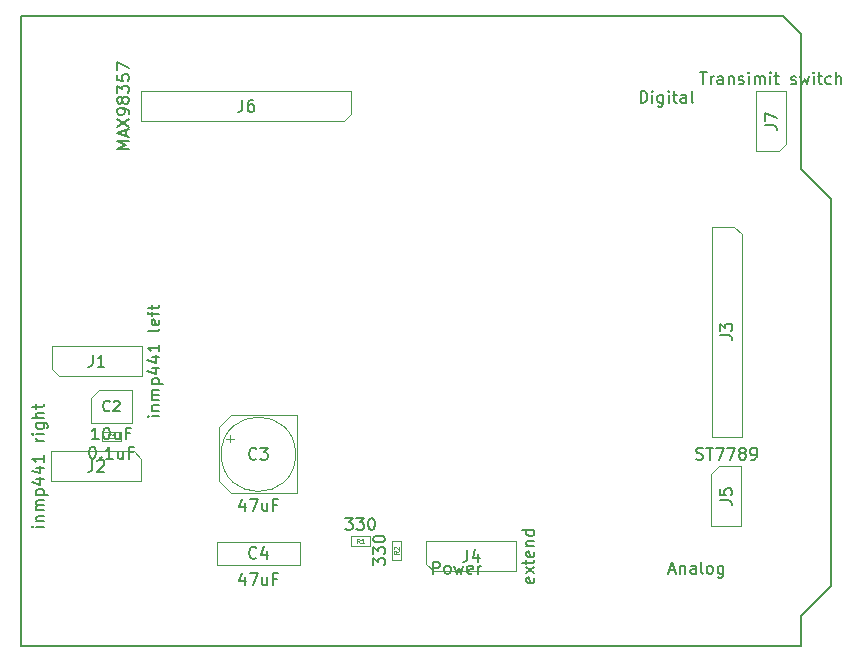
<source format=gbr>
%TF.GenerationSoftware,KiCad,Pcbnew,(6.0.5-0)*%
%TF.CreationDate,2022-06-12T11:02:29+09:00*%
%TF.ProjectId,esp32-walkie-talkie-v2,65737033-322d-4776-916c-6b69652d7461,rev?*%
%TF.SameCoordinates,PX69db1f0PY7882d48*%
%TF.FileFunction,AssemblyDrawing,Top*%
%FSLAX46Y46*%
G04 Gerber Fmt 4.6, Leading zero omitted, Abs format (unit mm)*
G04 Created by KiCad (PCBNEW (6.0.5-0)) date 2022-06-12 11:02:29*
%MOMM*%
%LPD*%
G01*
G04 APERTURE LIST*
%TA.AperFunction,Profile*%
%ADD10C,0.150000*%
%TD*%
%ADD11C,0.150000*%
%ADD12C,0.060000*%
%ADD13C,0.130000*%
%ADD14C,0.100000*%
G04 APERTURE END LIST*
D10*
X68580000Y37846000D02*
X66040000Y40386000D01*
X66040000Y0D02*
X66040000Y2540000D01*
X66040000Y51816000D02*
X64516000Y53340000D01*
X66040000Y2540000D02*
X68580000Y5080000D01*
X0Y53340000D02*
X0Y0D01*
X68580000Y5080000D02*
X68580000Y37846000D01*
X0Y0D02*
X66040000Y0D01*
X64516000Y53340000D02*
X0Y53340000D01*
X66040000Y40386000D02*
X66040000Y51816000D01*
D11*
%TO.C,P1*%
X34853809Y6151620D02*
X34853809Y7151620D01*
X35234761Y7151620D01*
X35330000Y7104000D01*
X35377619Y7056381D01*
X35425238Y6961143D01*
X35425238Y6818286D01*
X35377619Y6723048D01*
X35330000Y6675429D01*
X35234761Y6627810D01*
X34853809Y6627810D01*
X35996666Y6151620D02*
X35901428Y6199239D01*
X35853809Y6246858D01*
X35806190Y6342096D01*
X35806190Y6627810D01*
X35853809Y6723048D01*
X35901428Y6770667D01*
X35996666Y6818286D01*
X36139523Y6818286D01*
X36234761Y6770667D01*
X36282380Y6723048D01*
X36330000Y6627810D01*
X36330000Y6342096D01*
X36282380Y6246858D01*
X36234761Y6199239D01*
X36139523Y6151620D01*
X35996666Y6151620D01*
X36663333Y6818286D02*
X36853809Y6151620D01*
X37044285Y6627810D01*
X37234761Y6151620D01*
X37425238Y6818286D01*
X38187142Y6199239D02*
X38091904Y6151620D01*
X37901428Y6151620D01*
X37806190Y6199239D01*
X37758571Y6294477D01*
X37758571Y6675429D01*
X37806190Y6770667D01*
X37901428Y6818286D01*
X38091904Y6818286D01*
X38187142Y6770667D01*
X38234761Y6675429D01*
X38234761Y6580191D01*
X37758571Y6484953D01*
X38663333Y6151620D02*
X38663333Y6818286D01*
X38663333Y6627810D02*
X38710952Y6723048D01*
X38758571Y6770667D01*
X38853809Y6818286D01*
X38949047Y6818286D01*
%TO.C,P2*%
X54840476Y6437334D02*
X55316666Y6437334D01*
X54745238Y6151620D02*
X55078571Y7151620D01*
X55411904Y6151620D01*
X55745238Y6818286D02*
X55745238Y6151620D01*
X55745238Y6723048D02*
X55792857Y6770667D01*
X55888095Y6818286D01*
X56030952Y6818286D01*
X56126190Y6770667D01*
X56173809Y6675429D01*
X56173809Y6151620D01*
X57078571Y6151620D02*
X57078571Y6675429D01*
X57030952Y6770667D01*
X56935714Y6818286D01*
X56745238Y6818286D01*
X56650000Y6770667D01*
X57078571Y6199239D02*
X56983333Y6151620D01*
X56745238Y6151620D01*
X56650000Y6199239D01*
X56602380Y6294477D01*
X56602380Y6389715D01*
X56650000Y6484953D01*
X56745238Y6532572D01*
X56983333Y6532572D01*
X57078571Y6580191D01*
X57697619Y6151620D02*
X57602380Y6199239D01*
X57554761Y6294477D01*
X57554761Y7151620D01*
X58221428Y6151620D02*
X58126190Y6199239D01*
X58078571Y6246858D01*
X58030952Y6342096D01*
X58030952Y6627810D01*
X58078571Y6723048D01*
X58126190Y6770667D01*
X58221428Y6818286D01*
X58364285Y6818286D01*
X58459523Y6770667D01*
X58507142Y6723048D01*
X58554761Y6627810D01*
X58554761Y6342096D01*
X58507142Y6246858D01*
X58459523Y6199239D01*
X58364285Y6151620D01*
X58221428Y6151620D01*
X59411904Y6818286D02*
X59411904Y6008762D01*
X59364285Y5913524D01*
X59316666Y5865905D01*
X59221428Y5818286D01*
X59078571Y5818286D01*
X58983333Y5865905D01*
X59411904Y6199239D02*
X59316666Y6151620D01*
X59126190Y6151620D01*
X59030952Y6199239D01*
X58983333Y6246858D01*
X58935714Y6342096D01*
X58935714Y6627810D01*
X58983333Y6723048D01*
X59030952Y6770667D01*
X59126190Y6818286D01*
X59316666Y6818286D01*
X59411904Y6770667D01*
%TO.C,P4*%
X52419523Y46029620D02*
X52419523Y47029620D01*
X52657619Y47029620D01*
X52800476Y46982000D01*
X52895714Y46886762D01*
X52943333Y46791524D01*
X52990952Y46601048D01*
X52990952Y46458191D01*
X52943333Y46267715D01*
X52895714Y46172477D01*
X52800476Y46077239D01*
X52657619Y46029620D01*
X52419523Y46029620D01*
X53419523Y46029620D02*
X53419523Y46696286D01*
X53419523Y47029620D02*
X53371904Y46982000D01*
X53419523Y46934381D01*
X53467142Y46982000D01*
X53419523Y47029620D01*
X53419523Y46934381D01*
X54324285Y46696286D02*
X54324285Y45886762D01*
X54276666Y45791524D01*
X54229047Y45743905D01*
X54133809Y45696286D01*
X53990952Y45696286D01*
X53895714Y45743905D01*
X54324285Y46077239D02*
X54229047Y46029620D01*
X54038571Y46029620D01*
X53943333Y46077239D01*
X53895714Y46124858D01*
X53848095Y46220096D01*
X53848095Y46505810D01*
X53895714Y46601048D01*
X53943333Y46648667D01*
X54038571Y46696286D01*
X54229047Y46696286D01*
X54324285Y46648667D01*
X54800476Y46029620D02*
X54800476Y46696286D01*
X54800476Y47029620D02*
X54752857Y46982000D01*
X54800476Y46934381D01*
X54848095Y46982000D01*
X54800476Y47029620D01*
X54800476Y46934381D01*
X55133809Y46696286D02*
X55514761Y46696286D01*
X55276666Y47029620D02*
X55276666Y46172477D01*
X55324285Y46077239D01*
X55419523Y46029620D01*
X55514761Y46029620D01*
X56276666Y46029620D02*
X56276666Y46553429D01*
X56229047Y46648667D01*
X56133809Y46696286D01*
X55943333Y46696286D01*
X55848095Y46648667D01*
X56276666Y46077239D02*
X56181428Y46029620D01*
X55943333Y46029620D01*
X55848095Y46077239D01*
X55800476Y46172477D01*
X55800476Y46267715D01*
X55848095Y46362953D01*
X55943333Y46410572D01*
X56181428Y46410572D01*
X56276666Y46458191D01*
X56895714Y46029620D02*
X56800476Y46077239D01*
X56752857Y46172477D01*
X56752857Y47029620D01*
%TO.C,R1*%
X27416285Y10867620D02*
X28035333Y10867620D01*
X27702000Y10486667D01*
X27844857Y10486667D01*
X27940095Y10439048D01*
X27987714Y10391429D01*
X28035333Y10296191D01*
X28035333Y10058096D01*
X27987714Y9962858D01*
X27940095Y9915239D01*
X27844857Y9867620D01*
X27559142Y9867620D01*
X27463904Y9915239D01*
X27416285Y9962858D01*
X28368666Y10867620D02*
X28987714Y10867620D01*
X28654380Y10486667D01*
X28797238Y10486667D01*
X28892476Y10439048D01*
X28940095Y10391429D01*
X28987714Y10296191D01*
X28987714Y10058096D01*
X28940095Y9962858D01*
X28892476Y9915239D01*
X28797238Y9867620D01*
X28511523Y9867620D01*
X28416285Y9915239D01*
X28368666Y9962858D01*
X29606761Y10867620D02*
X29702000Y10867620D01*
X29797238Y10820000D01*
X29844857Y10772381D01*
X29892476Y10677143D01*
X29940095Y10486667D01*
X29940095Y10248572D01*
X29892476Y10058096D01*
X29844857Y9962858D01*
X29797238Y9915239D01*
X29702000Y9867620D01*
X29606761Y9867620D01*
X29511523Y9915239D01*
X29463904Y9962858D01*
X29416285Y10058096D01*
X29368666Y10248572D01*
X29368666Y10486667D01*
X29416285Y10677143D01*
X29463904Y10772381D01*
X29511523Y10820000D01*
X29606761Y10867620D01*
D12*
X28635333Y8709048D02*
X28502000Y8899524D01*
X28406761Y8709048D02*
X28406761Y9109048D01*
X28559142Y9109048D01*
X28597238Y9090000D01*
X28616285Y9070953D01*
X28635333Y9032858D01*
X28635333Y8975715D01*
X28616285Y8937620D01*
X28597238Y8918572D01*
X28559142Y8899524D01*
X28406761Y8899524D01*
X29016285Y8709048D02*
X28787714Y8709048D01*
X28902000Y8709048D02*
X28902000Y9109048D01*
X28863904Y9051905D01*
X28825809Y9013810D01*
X28787714Y8994762D01*
D11*
%TO.C,J3*%
X57143571Y15855239D02*
X57286428Y15807620D01*
X57524523Y15807620D01*
X57619761Y15855239D01*
X57667380Y15902858D01*
X57715000Y15998096D01*
X57715000Y16093334D01*
X57667380Y16188572D01*
X57619761Y16236191D01*
X57524523Y16283810D01*
X57334047Y16331429D01*
X57238809Y16379048D01*
X57191190Y16426667D01*
X57143571Y16521905D01*
X57143571Y16617143D01*
X57191190Y16712381D01*
X57238809Y16760000D01*
X57334047Y16807620D01*
X57572142Y16807620D01*
X57715000Y16760000D01*
X58000714Y16807620D02*
X58572142Y16807620D01*
X58286428Y15807620D02*
X58286428Y16807620D01*
X58810238Y16807620D02*
X59476904Y16807620D01*
X59048333Y15807620D01*
X59762619Y16807620D02*
X60429285Y16807620D01*
X60000714Y15807620D01*
X60953095Y16379048D02*
X60857857Y16426667D01*
X60810238Y16474286D01*
X60762619Y16569524D01*
X60762619Y16617143D01*
X60810238Y16712381D01*
X60857857Y16760000D01*
X60953095Y16807620D01*
X61143571Y16807620D01*
X61238809Y16760000D01*
X61286428Y16712381D01*
X61334047Y16617143D01*
X61334047Y16569524D01*
X61286428Y16474286D01*
X61238809Y16426667D01*
X61143571Y16379048D01*
X60953095Y16379048D01*
X60857857Y16331429D01*
X60810238Y16283810D01*
X60762619Y16188572D01*
X60762619Y15998096D01*
X60810238Y15902858D01*
X60857857Y15855239D01*
X60953095Y15807620D01*
X61143571Y15807620D01*
X61238809Y15855239D01*
X61286428Y15902858D01*
X61334047Y15998096D01*
X61334047Y16188572D01*
X61286428Y16283810D01*
X61238809Y16331429D01*
X61143571Y16379048D01*
X61810238Y15807620D02*
X62000714Y15807620D01*
X62095952Y15855239D01*
X62143571Y15902858D01*
X62238809Y16045715D01*
X62286428Y16236191D01*
X62286428Y16617143D01*
X62238809Y16712381D01*
X62191190Y16760000D01*
X62095952Y16807620D01*
X61905476Y16807620D01*
X61810238Y16760000D01*
X61762619Y16712381D01*
X61715000Y16617143D01*
X61715000Y16379048D01*
X61762619Y16283810D01*
X61810238Y16236191D01*
X61905476Y16188572D01*
X62095952Y16188572D01*
X62191190Y16236191D01*
X62238809Y16283810D01*
X62286428Y16379048D01*
X59167380Y26316667D02*
X59881666Y26316667D01*
X60024523Y26269048D01*
X60119761Y26173810D01*
X60167380Y26030953D01*
X60167380Y25935715D01*
X59167380Y26697620D02*
X59167380Y27316667D01*
X59548333Y26983334D01*
X59548333Y27126191D01*
X59595952Y27221429D01*
X59643571Y27269048D01*
X59738809Y27316667D01*
X59976904Y27316667D01*
X60072142Y27269048D01*
X60119761Y27221429D01*
X60167380Y27126191D01*
X60167380Y26840477D01*
X60119761Y26745239D01*
X60072142Y26697620D01*
%TO.C,R2*%
X29772380Y6842286D02*
X29772380Y7461334D01*
X30153333Y7128000D01*
X30153333Y7270858D01*
X30200952Y7366096D01*
X30248571Y7413715D01*
X30343809Y7461334D01*
X30581904Y7461334D01*
X30677142Y7413715D01*
X30724761Y7366096D01*
X30772380Y7270858D01*
X30772380Y6985143D01*
X30724761Y6889905D01*
X30677142Y6842286D01*
X29772380Y7794667D02*
X29772380Y8413715D01*
X30153333Y8080381D01*
X30153333Y8223239D01*
X30200952Y8318477D01*
X30248571Y8366096D01*
X30343809Y8413715D01*
X30581904Y8413715D01*
X30677142Y8366096D01*
X30724761Y8318477D01*
X30772380Y8223239D01*
X30772380Y7937524D01*
X30724761Y7842286D01*
X30677142Y7794667D01*
X29772380Y9032762D02*
X29772380Y9128000D01*
X29820000Y9223239D01*
X29867619Y9270858D01*
X29962857Y9318477D01*
X30153333Y9366096D01*
X30391428Y9366096D01*
X30581904Y9318477D01*
X30677142Y9270858D01*
X30724761Y9223239D01*
X30772380Y9128000D01*
X30772380Y9032762D01*
X30724761Y8937524D01*
X30677142Y8889905D01*
X30581904Y8842286D01*
X30391428Y8794667D01*
X30153333Y8794667D01*
X29962857Y8842286D01*
X29867619Y8889905D01*
X29820000Y8937524D01*
X29772380Y9032762D01*
D12*
X31930952Y8061334D02*
X31740476Y7928000D01*
X31930952Y7832762D02*
X31530952Y7832762D01*
X31530952Y7985143D01*
X31550000Y8023239D01*
X31569047Y8042286D01*
X31607142Y8061334D01*
X31664285Y8061334D01*
X31702380Y8042286D01*
X31721428Y8023239D01*
X31740476Y7985143D01*
X31740476Y7832762D01*
X31569047Y8213715D02*
X31550000Y8232762D01*
X31530952Y8270858D01*
X31530952Y8366096D01*
X31550000Y8404191D01*
X31569047Y8423239D01*
X31607142Y8442286D01*
X31645238Y8442286D01*
X31702380Y8423239D01*
X31930952Y8194667D01*
X31930952Y8442286D01*
D11*
%TO.C,C4*%
X18899333Y5838286D02*
X18899333Y5171620D01*
X18661238Y6219239D02*
X18423142Y5504953D01*
X19042190Y5504953D01*
X19327904Y6171620D02*
X19994571Y6171620D01*
X19566000Y5171620D01*
X20804095Y5838286D02*
X20804095Y5171620D01*
X20375523Y5838286D02*
X20375523Y5314477D01*
X20423142Y5219239D01*
X20518380Y5171620D01*
X20661238Y5171620D01*
X20756476Y5219239D01*
X20804095Y5266858D01*
X21613619Y5695429D02*
X21280285Y5695429D01*
X21280285Y5171620D02*
X21280285Y6171620D01*
X21756476Y6171620D01*
X19899333Y7516858D02*
X19851714Y7469239D01*
X19708857Y7421620D01*
X19613619Y7421620D01*
X19470761Y7469239D01*
X19375523Y7564477D01*
X19327904Y7659715D01*
X19280285Y7850191D01*
X19280285Y7993048D01*
X19327904Y8183524D01*
X19375523Y8278762D01*
X19470761Y8374000D01*
X19613619Y8421620D01*
X19708857Y8421620D01*
X19851714Y8374000D01*
X19899333Y8326381D01*
X20756476Y8088286D02*
X20756476Y7421620D01*
X20518380Y8469239D02*
X20280285Y7754953D01*
X20899333Y7754953D01*
%TO.C,C1*%
X5977142Y16897620D02*
X6072380Y16897620D01*
X6167619Y16850000D01*
X6215238Y16802381D01*
X6262857Y16707143D01*
X6310476Y16516667D01*
X6310476Y16278572D01*
X6262857Y16088096D01*
X6215238Y15992858D01*
X6167619Y15945239D01*
X6072380Y15897620D01*
X5977142Y15897620D01*
X5881904Y15945239D01*
X5834285Y15992858D01*
X5786666Y16088096D01*
X5739047Y16278572D01*
X5739047Y16516667D01*
X5786666Y16707143D01*
X5834285Y16802381D01*
X5881904Y16850000D01*
X5977142Y16897620D01*
X6739047Y15992858D02*
X6786666Y15945239D01*
X6739047Y15897620D01*
X6691428Y15945239D01*
X6739047Y15992858D01*
X6739047Y15897620D01*
X7739047Y15897620D02*
X7167619Y15897620D01*
X7453333Y15897620D02*
X7453333Y16897620D01*
X7358095Y16754762D01*
X7262857Y16659524D01*
X7167619Y16611905D01*
X8596190Y16564286D02*
X8596190Y15897620D01*
X8167619Y16564286D02*
X8167619Y16040477D01*
X8215238Y15945239D01*
X8310476Y15897620D01*
X8453333Y15897620D01*
X8548571Y15945239D01*
X8596190Y15992858D01*
X9405714Y16421429D02*
X9072380Y16421429D01*
X9072380Y15897620D02*
X9072380Y16897620D01*
X9548571Y16897620D01*
D12*
X7553333Y17637143D02*
X7534285Y17618096D01*
X7477142Y17599048D01*
X7439047Y17599048D01*
X7381904Y17618096D01*
X7343809Y17656191D01*
X7324761Y17694286D01*
X7305714Y17770477D01*
X7305714Y17827620D01*
X7324761Y17903810D01*
X7343809Y17941905D01*
X7381904Y17980000D01*
X7439047Y17999048D01*
X7477142Y17999048D01*
X7534285Y17980000D01*
X7553333Y17960953D01*
X7934285Y17599048D02*
X7705714Y17599048D01*
X7820000Y17599048D02*
X7820000Y17999048D01*
X7781904Y17941905D01*
X7743809Y17903810D01*
X7705714Y17884762D01*
D11*
%TO.C,J2*%
X1917380Y10120953D02*
X1250714Y10120953D01*
X917380Y10120953D02*
X965000Y10073334D01*
X1012619Y10120953D01*
X965000Y10168572D01*
X917380Y10120953D01*
X1012619Y10120953D01*
X1250714Y10597143D02*
X1917380Y10597143D01*
X1345952Y10597143D02*
X1298333Y10644762D01*
X1250714Y10740000D01*
X1250714Y10882858D01*
X1298333Y10978096D01*
X1393571Y11025715D01*
X1917380Y11025715D01*
X1917380Y11501905D02*
X1250714Y11501905D01*
X1345952Y11501905D02*
X1298333Y11549524D01*
X1250714Y11644762D01*
X1250714Y11787620D01*
X1298333Y11882858D01*
X1393571Y11930477D01*
X1917380Y11930477D01*
X1393571Y11930477D02*
X1298333Y11978096D01*
X1250714Y12073334D01*
X1250714Y12216191D01*
X1298333Y12311429D01*
X1393571Y12359048D01*
X1917380Y12359048D01*
X1250714Y12835239D02*
X2250714Y12835239D01*
X1298333Y12835239D02*
X1250714Y12930477D01*
X1250714Y13120953D01*
X1298333Y13216191D01*
X1345952Y13263810D01*
X1441190Y13311429D01*
X1726904Y13311429D01*
X1822142Y13263810D01*
X1869761Y13216191D01*
X1917380Y13120953D01*
X1917380Y12930477D01*
X1869761Y12835239D01*
X1250714Y14168572D02*
X1917380Y14168572D01*
X869761Y13930477D02*
X1584047Y13692381D01*
X1584047Y14311429D01*
X1250714Y15120953D02*
X1917380Y15120953D01*
X869761Y14882858D02*
X1584047Y14644762D01*
X1584047Y15263810D01*
X1917380Y16168572D02*
X1917380Y15597143D01*
X1917380Y15882858D02*
X917380Y15882858D01*
X1060238Y15787620D01*
X1155476Y15692381D01*
X1203095Y15597143D01*
X1917380Y17359048D02*
X1250714Y17359048D01*
X1441190Y17359048D02*
X1345952Y17406667D01*
X1298333Y17454286D01*
X1250714Y17549524D01*
X1250714Y17644762D01*
X1917380Y17978096D02*
X1250714Y17978096D01*
X917380Y17978096D02*
X965000Y17930477D01*
X1012619Y17978096D01*
X965000Y18025715D01*
X917380Y17978096D01*
X1012619Y17978096D01*
X1250714Y18882858D02*
X2060238Y18882858D01*
X2155476Y18835239D01*
X2203095Y18787620D01*
X2250714Y18692381D01*
X2250714Y18549524D01*
X2203095Y18454286D01*
X1869761Y18882858D02*
X1917380Y18787620D01*
X1917380Y18597143D01*
X1869761Y18501905D01*
X1822142Y18454286D01*
X1726904Y18406667D01*
X1441190Y18406667D01*
X1345952Y18454286D01*
X1298333Y18501905D01*
X1250714Y18597143D01*
X1250714Y18787620D01*
X1298333Y18882858D01*
X1917380Y19359048D02*
X917380Y19359048D01*
X1917380Y19787620D02*
X1393571Y19787620D01*
X1298333Y19740000D01*
X1250714Y19644762D01*
X1250714Y19501905D01*
X1298333Y19406667D01*
X1345952Y19359048D01*
X1250714Y20120953D02*
X1250714Y20501905D01*
X917380Y20263810D02*
X1774523Y20263810D01*
X1869761Y20311429D01*
X1917380Y20406667D01*
X1917380Y20501905D01*
X6001666Y15787620D02*
X6001666Y15073334D01*
X5954047Y14930477D01*
X5858809Y14835239D01*
X5715952Y14787620D01*
X5620714Y14787620D01*
X6430238Y15692381D02*
X6477857Y15740000D01*
X6573095Y15787620D01*
X6811190Y15787620D01*
X6906428Y15740000D01*
X6954047Y15692381D01*
X7001666Y15597143D01*
X7001666Y15501905D01*
X6954047Y15359048D01*
X6382619Y14787620D01*
X7001666Y14787620D01*
%TO.C,J7*%
X57452380Y48597620D02*
X58023809Y48597620D01*
X57738095Y47597620D02*
X57738095Y48597620D01*
X58357142Y47597620D02*
X58357142Y48264286D01*
X58357142Y48073810D02*
X58404761Y48169048D01*
X58452380Y48216667D01*
X58547619Y48264286D01*
X58642857Y48264286D01*
X59404761Y47597620D02*
X59404761Y48121429D01*
X59357142Y48216667D01*
X59261904Y48264286D01*
X59071428Y48264286D01*
X58976190Y48216667D01*
X59404761Y47645239D02*
X59309523Y47597620D01*
X59071428Y47597620D01*
X58976190Y47645239D01*
X58928571Y47740477D01*
X58928571Y47835715D01*
X58976190Y47930953D01*
X59071428Y47978572D01*
X59309523Y47978572D01*
X59404761Y48026191D01*
X59880952Y48264286D02*
X59880952Y47597620D01*
X59880952Y48169048D02*
X59928571Y48216667D01*
X60023809Y48264286D01*
X60166666Y48264286D01*
X60261904Y48216667D01*
X60309523Y48121429D01*
X60309523Y47597620D01*
X60738095Y47645239D02*
X60833333Y47597620D01*
X61023809Y47597620D01*
X61119047Y47645239D01*
X61166666Y47740477D01*
X61166666Y47788096D01*
X61119047Y47883334D01*
X61023809Y47930953D01*
X60880952Y47930953D01*
X60785714Y47978572D01*
X60738095Y48073810D01*
X60738095Y48121429D01*
X60785714Y48216667D01*
X60880952Y48264286D01*
X61023809Y48264286D01*
X61119047Y48216667D01*
X61595238Y47597620D02*
X61595238Y48264286D01*
X61595238Y48597620D02*
X61547619Y48550000D01*
X61595238Y48502381D01*
X61642857Y48550000D01*
X61595238Y48597620D01*
X61595238Y48502381D01*
X62071428Y47597620D02*
X62071428Y48264286D01*
X62071428Y48169048D02*
X62119047Y48216667D01*
X62214285Y48264286D01*
X62357142Y48264286D01*
X62452380Y48216667D01*
X62500000Y48121429D01*
X62500000Y47597620D01*
X62500000Y48121429D02*
X62547619Y48216667D01*
X62642857Y48264286D01*
X62785714Y48264286D01*
X62880952Y48216667D01*
X62928571Y48121429D01*
X62928571Y47597620D01*
X63404761Y47597620D02*
X63404761Y48264286D01*
X63404761Y48597620D02*
X63357142Y48550000D01*
X63404761Y48502381D01*
X63452380Y48550000D01*
X63404761Y48597620D01*
X63404761Y48502381D01*
X63738095Y48264286D02*
X64119047Y48264286D01*
X63880952Y48597620D02*
X63880952Y47740477D01*
X63928571Y47645239D01*
X64023809Y47597620D01*
X64119047Y47597620D01*
X65166666Y47645239D02*
X65261904Y47597620D01*
X65452380Y47597620D01*
X65547619Y47645239D01*
X65595238Y47740477D01*
X65595238Y47788096D01*
X65547619Y47883334D01*
X65452380Y47930953D01*
X65309523Y47930953D01*
X65214285Y47978572D01*
X65166666Y48073810D01*
X65166666Y48121429D01*
X65214285Y48216667D01*
X65309523Y48264286D01*
X65452380Y48264286D01*
X65547619Y48216667D01*
X65928571Y48264286D02*
X66119047Y47597620D01*
X66309523Y48073810D01*
X66500000Y47597620D01*
X66690476Y48264286D01*
X67071428Y47597620D02*
X67071428Y48264286D01*
X67071428Y48597620D02*
X67023809Y48550000D01*
X67071428Y48502381D01*
X67119047Y48550000D01*
X67071428Y48597620D01*
X67071428Y48502381D01*
X67404761Y48264286D02*
X67785714Y48264286D01*
X67547619Y48597620D02*
X67547619Y47740477D01*
X67595238Y47645239D01*
X67690476Y47597620D01*
X67785714Y47597620D01*
X68547619Y47645239D02*
X68452380Y47597620D01*
X68261904Y47597620D01*
X68166666Y47645239D01*
X68119047Y47692858D01*
X68071428Y47788096D01*
X68071428Y48073810D01*
X68119047Y48169048D01*
X68166666Y48216667D01*
X68261904Y48264286D01*
X68452380Y48264286D01*
X68547619Y48216667D01*
X68976190Y47597620D02*
X68976190Y48597620D01*
X69404761Y47597620D02*
X69404761Y48121429D01*
X69357142Y48216667D01*
X69261904Y48264286D01*
X69119047Y48264286D01*
X69023809Y48216667D01*
X68976190Y48169048D01*
X62952380Y44116667D02*
X63666666Y44116667D01*
X63809523Y44069048D01*
X63904761Y43973810D01*
X63952380Y43830953D01*
X63952380Y43735715D01*
X62952380Y44497620D02*
X62952380Y45164286D01*
X63952380Y44735715D01*
%TO.C,J1*%
X11687380Y19487143D02*
X11020714Y19487143D01*
X10687380Y19487143D02*
X10735000Y19439524D01*
X10782619Y19487143D01*
X10735000Y19534762D01*
X10687380Y19487143D01*
X10782619Y19487143D01*
X11020714Y19963334D02*
X11687380Y19963334D01*
X11115952Y19963334D02*
X11068333Y20010953D01*
X11020714Y20106191D01*
X11020714Y20249048D01*
X11068333Y20344286D01*
X11163571Y20391905D01*
X11687380Y20391905D01*
X11687380Y20868096D02*
X11020714Y20868096D01*
X11115952Y20868096D02*
X11068333Y20915715D01*
X11020714Y21010953D01*
X11020714Y21153810D01*
X11068333Y21249048D01*
X11163571Y21296667D01*
X11687380Y21296667D01*
X11163571Y21296667D02*
X11068333Y21344286D01*
X11020714Y21439524D01*
X11020714Y21582381D01*
X11068333Y21677620D01*
X11163571Y21725239D01*
X11687380Y21725239D01*
X11020714Y22201429D02*
X12020714Y22201429D01*
X11068333Y22201429D02*
X11020714Y22296667D01*
X11020714Y22487143D01*
X11068333Y22582381D01*
X11115952Y22630000D01*
X11211190Y22677620D01*
X11496904Y22677620D01*
X11592142Y22630000D01*
X11639761Y22582381D01*
X11687380Y22487143D01*
X11687380Y22296667D01*
X11639761Y22201429D01*
X11020714Y23534762D02*
X11687380Y23534762D01*
X10639761Y23296667D02*
X11354047Y23058572D01*
X11354047Y23677620D01*
X11020714Y24487143D02*
X11687380Y24487143D01*
X10639761Y24249048D02*
X11354047Y24010953D01*
X11354047Y24630000D01*
X11687380Y25534762D02*
X11687380Y24963334D01*
X11687380Y25249048D02*
X10687380Y25249048D01*
X10830238Y25153810D01*
X10925476Y25058572D01*
X10973095Y24963334D01*
X11687380Y26868096D02*
X11639761Y26772858D01*
X11544523Y26725239D01*
X10687380Y26725239D01*
X11639761Y27630000D02*
X11687380Y27534762D01*
X11687380Y27344286D01*
X11639761Y27249048D01*
X11544523Y27201429D01*
X11163571Y27201429D01*
X11068333Y27249048D01*
X11020714Y27344286D01*
X11020714Y27534762D01*
X11068333Y27630000D01*
X11163571Y27677620D01*
X11258809Y27677620D01*
X11354047Y27201429D01*
X11020714Y27963334D02*
X11020714Y28344286D01*
X11687380Y28106191D02*
X10830238Y28106191D01*
X10735000Y28153810D01*
X10687380Y28249048D01*
X10687380Y28344286D01*
X11020714Y28534762D02*
X11020714Y28915715D01*
X10687380Y28677620D02*
X11544523Y28677620D01*
X11639761Y28725239D01*
X11687380Y28820477D01*
X11687380Y28915715D01*
X6031666Y24677620D02*
X6031666Y23963334D01*
X5984047Y23820477D01*
X5888809Y23725239D01*
X5745952Y23677620D01*
X5650714Y23677620D01*
X7031666Y23677620D02*
X6460238Y23677620D01*
X6745952Y23677620D02*
X6745952Y24677620D01*
X6650714Y24534762D01*
X6555476Y24439524D01*
X6460238Y24391905D01*
%TO.C,C3*%
X18899333Y12120286D02*
X18899333Y11453620D01*
X18661238Y12501239D02*
X18423142Y11786953D01*
X19042190Y11786953D01*
X19327904Y12453620D02*
X19994571Y12453620D01*
X19566000Y11453620D01*
X20804095Y12120286D02*
X20804095Y11453620D01*
X20375523Y12120286D02*
X20375523Y11596477D01*
X20423142Y11501239D01*
X20518380Y11453620D01*
X20661238Y11453620D01*
X20756476Y11501239D01*
X20804095Y11548858D01*
X21613619Y11977429D02*
X21280285Y11977429D01*
X21280285Y11453620D02*
X21280285Y12453620D01*
X21756476Y12453620D01*
X19899333Y15898858D02*
X19851714Y15851239D01*
X19708857Y15803620D01*
X19613619Y15803620D01*
X19470761Y15851239D01*
X19375523Y15946477D01*
X19327904Y16041715D01*
X19280285Y16232191D01*
X19280285Y16375048D01*
X19327904Y16565524D01*
X19375523Y16660762D01*
X19470761Y16756000D01*
X19613619Y16803620D01*
X19708857Y16803620D01*
X19851714Y16756000D01*
X19899333Y16708381D01*
X20232666Y16803620D02*
X20851714Y16803620D01*
X20518380Y16422667D01*
X20661238Y16422667D01*
X20756476Y16375048D01*
X20804095Y16327429D01*
X20851714Y16232191D01*
X20851714Y15994096D01*
X20804095Y15898858D01*
X20756476Y15851239D01*
X20661238Y15803620D01*
X20375523Y15803620D01*
X20280285Y15851239D01*
X20232666Y15898858D01*
%TO.C,J6*%
X9112380Y42100953D02*
X8112380Y42100953D01*
X8826666Y42434286D01*
X8112380Y42767620D01*
X9112380Y42767620D01*
X8826666Y43196191D02*
X8826666Y43672381D01*
X9112380Y43100953D02*
X8112380Y43434286D01*
X9112380Y43767620D01*
X8112380Y44005715D02*
X9112380Y44672381D01*
X8112380Y44672381D02*
X9112380Y44005715D01*
X9112380Y45100953D02*
X9112380Y45291429D01*
X9064761Y45386667D01*
X9017142Y45434286D01*
X8874285Y45529524D01*
X8683809Y45577143D01*
X8302857Y45577143D01*
X8207619Y45529524D01*
X8160000Y45481905D01*
X8112380Y45386667D01*
X8112380Y45196191D01*
X8160000Y45100953D01*
X8207619Y45053334D01*
X8302857Y45005715D01*
X8540952Y45005715D01*
X8636190Y45053334D01*
X8683809Y45100953D01*
X8731428Y45196191D01*
X8731428Y45386667D01*
X8683809Y45481905D01*
X8636190Y45529524D01*
X8540952Y45577143D01*
X8540952Y46148572D02*
X8493333Y46053334D01*
X8445714Y46005715D01*
X8350476Y45958096D01*
X8302857Y45958096D01*
X8207619Y46005715D01*
X8160000Y46053334D01*
X8112380Y46148572D01*
X8112380Y46339048D01*
X8160000Y46434286D01*
X8207619Y46481905D01*
X8302857Y46529524D01*
X8350476Y46529524D01*
X8445714Y46481905D01*
X8493333Y46434286D01*
X8540952Y46339048D01*
X8540952Y46148572D01*
X8588571Y46053334D01*
X8636190Y46005715D01*
X8731428Y45958096D01*
X8921904Y45958096D01*
X9017142Y46005715D01*
X9064761Y46053334D01*
X9112380Y46148572D01*
X9112380Y46339048D01*
X9064761Y46434286D01*
X9017142Y46481905D01*
X8921904Y46529524D01*
X8731428Y46529524D01*
X8636190Y46481905D01*
X8588571Y46434286D01*
X8540952Y46339048D01*
X8112380Y46862858D02*
X8112380Y47481905D01*
X8493333Y47148572D01*
X8493333Y47291429D01*
X8540952Y47386667D01*
X8588571Y47434286D01*
X8683809Y47481905D01*
X8921904Y47481905D01*
X9017142Y47434286D01*
X9064761Y47386667D01*
X9112380Y47291429D01*
X9112380Y47005715D01*
X9064761Y46910477D01*
X9017142Y46862858D01*
X8112380Y48386667D02*
X8112380Y47910477D01*
X8588571Y47862858D01*
X8540952Y47910477D01*
X8493333Y48005715D01*
X8493333Y48243810D01*
X8540952Y48339048D01*
X8588571Y48386667D01*
X8683809Y48434286D01*
X8921904Y48434286D01*
X9017142Y48386667D01*
X9064761Y48339048D01*
X9112380Y48243810D01*
X9112380Y48005715D01*
X9064761Y47910477D01*
X9017142Y47862858D01*
X8112380Y48767620D02*
X8112380Y49434286D01*
X9112380Y49005715D01*
X18716666Y46267620D02*
X18716666Y45553334D01*
X18669047Y45410477D01*
X18573809Y45315239D01*
X18430952Y45267620D01*
X18335714Y45267620D01*
X19621428Y46267620D02*
X19430952Y46267620D01*
X19335714Y46220000D01*
X19288095Y46172381D01*
X19192857Y46029524D01*
X19145238Y45839048D01*
X19145238Y45458096D01*
X19192857Y45362858D01*
X19240476Y45315239D01*
X19335714Y45267620D01*
X19526190Y45267620D01*
X19621428Y45315239D01*
X19669047Y45362858D01*
X19716666Y45458096D01*
X19716666Y45696191D01*
X19669047Y45791429D01*
X19621428Y45839048D01*
X19526190Y45886667D01*
X19335714Y45886667D01*
X19240476Y45839048D01*
X19192857Y45791429D01*
X19145238Y45696191D01*
%TO.C,C2*%
X6548571Y17517620D02*
X5977142Y17517620D01*
X6262857Y17517620D02*
X6262857Y18517620D01*
X6167619Y18374762D01*
X6072380Y18279524D01*
X5977142Y18231905D01*
X7167619Y18517620D02*
X7262857Y18517620D01*
X7358095Y18470000D01*
X7405714Y18422381D01*
X7453333Y18327143D01*
X7500952Y18136667D01*
X7500952Y17898572D01*
X7453333Y17708096D01*
X7405714Y17612858D01*
X7358095Y17565239D01*
X7262857Y17517620D01*
X7167619Y17517620D01*
X7072380Y17565239D01*
X7024761Y17612858D01*
X6977142Y17708096D01*
X6929523Y17898572D01*
X6929523Y18136667D01*
X6977142Y18327143D01*
X7024761Y18422381D01*
X7072380Y18470000D01*
X7167619Y18517620D01*
X8358095Y18184286D02*
X8358095Y17517620D01*
X7929523Y18184286D02*
X7929523Y17660477D01*
X7977142Y17565239D01*
X8072380Y17517620D01*
X8215238Y17517620D01*
X8310476Y17565239D01*
X8358095Y17612858D01*
X9167619Y18041429D02*
X8834285Y18041429D01*
X8834285Y17517620D02*
X8834285Y18517620D01*
X9310476Y18517620D01*
D13*
X7473333Y20005715D02*
X7431428Y19963810D01*
X7305714Y19921905D01*
X7221904Y19921905D01*
X7096190Y19963810D01*
X7012380Y20047620D01*
X6970476Y20131429D01*
X6928571Y20299048D01*
X6928571Y20424762D01*
X6970476Y20592381D01*
X7012380Y20676191D01*
X7096190Y20760000D01*
X7221904Y20801905D01*
X7305714Y20801905D01*
X7431428Y20760000D01*
X7473333Y20718096D01*
X7808571Y20718096D02*
X7850476Y20760000D01*
X7934285Y20801905D01*
X8143809Y20801905D01*
X8227619Y20760000D01*
X8269523Y20718096D01*
X8311428Y20634286D01*
X8311428Y20550477D01*
X8269523Y20424762D01*
X7766666Y19921905D01*
X8311428Y19921905D01*
D11*
%TO.C,J5*%
X59142380Y12366667D02*
X59856666Y12366667D01*
X59999523Y12319048D01*
X60094761Y12223810D01*
X60142380Y12080953D01*
X60142380Y11985715D01*
X59142380Y13319048D02*
X59142380Y12842858D01*
X59618571Y12795239D01*
X59570952Y12842858D01*
X59523333Y12938096D01*
X59523333Y13176191D01*
X59570952Y13271429D01*
X59618571Y13319048D01*
X59713809Y13366667D01*
X59951904Y13366667D01*
X60047142Y13319048D01*
X60094761Y13271429D01*
X60142380Y13176191D01*
X60142380Y12938096D01*
X60094761Y12842858D01*
X60047142Y12795239D01*
%TO.C,J4*%
X43374761Y5786667D02*
X43422380Y5691429D01*
X43422380Y5500953D01*
X43374761Y5405715D01*
X43279523Y5358096D01*
X42898571Y5358096D01*
X42803333Y5405715D01*
X42755714Y5500953D01*
X42755714Y5691429D01*
X42803333Y5786667D01*
X42898571Y5834286D01*
X42993809Y5834286D01*
X43089047Y5358096D01*
X43422380Y6167620D02*
X42755714Y6691429D01*
X42755714Y6167620D02*
X43422380Y6691429D01*
X42755714Y6929524D02*
X42755714Y7310477D01*
X42422380Y7072381D02*
X43279523Y7072381D01*
X43374761Y7120000D01*
X43422380Y7215239D01*
X43422380Y7310477D01*
X43374761Y8024762D02*
X43422380Y7929524D01*
X43422380Y7739048D01*
X43374761Y7643810D01*
X43279523Y7596191D01*
X42898571Y7596191D01*
X42803333Y7643810D01*
X42755714Y7739048D01*
X42755714Y7929524D01*
X42803333Y8024762D01*
X42898571Y8072381D01*
X42993809Y8072381D01*
X43089047Y7596191D01*
X42755714Y8500953D02*
X43422380Y8500953D01*
X42850952Y8500953D02*
X42803333Y8548572D01*
X42755714Y8643810D01*
X42755714Y8786667D01*
X42803333Y8881905D01*
X42898571Y8929524D01*
X43422380Y8929524D01*
X43422380Y9834286D02*
X42422380Y9834286D01*
X43374761Y9834286D02*
X43422380Y9739048D01*
X43422380Y9548572D01*
X43374761Y9453334D01*
X43327142Y9405715D01*
X43231904Y9358096D01*
X42946190Y9358096D01*
X42850952Y9405715D01*
X42803333Y9453334D01*
X42755714Y9548572D01*
X42755714Y9739048D01*
X42803333Y9834286D01*
X37766666Y8167620D02*
X37766666Y7453334D01*
X37719047Y7310477D01*
X37623809Y7215239D01*
X37480952Y7167620D01*
X37385714Y7167620D01*
X38671428Y7834286D02*
X38671428Y7167620D01*
X38433333Y8215239D02*
X38195238Y7500953D01*
X38814285Y7500953D01*
D14*
%TO.C,R1*%
X29502000Y9302500D02*
X29502000Y8477500D01*
X27902000Y9302500D02*
X29502000Y9302500D01*
X29502000Y8477500D02*
X27902000Y8477500D01*
X27902000Y8477500D02*
X27902000Y9302500D01*
%TO.C,J3*%
X60350000Y35540000D02*
X60985000Y34905000D01*
X58445000Y17760000D02*
X58445000Y35540000D01*
X60985000Y17760000D02*
X58445000Y17760000D01*
X58445000Y35540000D02*
X60350000Y35540000D01*
X60985000Y34905000D02*
X60985000Y17760000D01*
%TO.C,R2*%
X32162500Y8928000D02*
X32162500Y7328000D01*
X31337500Y7328000D02*
X31337500Y8928000D01*
X32162500Y7328000D02*
X31337500Y7328000D01*
X31337500Y8928000D02*
X32162500Y8928000D01*
%TO.C,C4*%
X23566000Y8874000D02*
X16566000Y8874000D01*
X23566000Y6874000D02*
X23566000Y8874000D01*
X16566000Y6874000D02*
X23566000Y6874000D01*
X16566000Y8874000D02*
X16566000Y6874000D01*
%TO.C,C1*%
X6820000Y18180000D02*
X8420000Y18180000D01*
X8420000Y17380000D02*
X6820000Y17380000D01*
X6820000Y17380000D02*
X6820000Y18180000D01*
X8420000Y18180000D02*
X8420000Y17380000D01*
%TO.C,J2*%
X2525000Y16510000D02*
X9510000Y16510000D01*
X9510000Y16510000D02*
X10145000Y15875000D01*
X10145000Y15875000D02*
X10145000Y13970000D01*
X2525000Y13970000D02*
X2525000Y16510000D01*
X10145000Y13970000D02*
X2525000Y13970000D01*
%TO.C,J7*%
X64135000Y41910000D02*
X62230000Y41910000D01*
X62230000Y46990000D02*
X64770000Y46990000D01*
X64770000Y42545000D02*
X64135000Y41910000D01*
X62230000Y41910000D02*
X62230000Y46990000D01*
X64770000Y46990000D02*
X64770000Y42545000D01*
%TO.C,J1*%
X10175000Y22860000D02*
X3190000Y22860000D01*
X2555000Y23495000D02*
X2555000Y25400000D01*
X3190000Y22860000D02*
X2555000Y23495000D01*
X10175000Y25400000D02*
X10175000Y22860000D01*
X2555000Y25400000D02*
X10175000Y25400000D01*
%TO.C,C3*%
X17766000Y12956000D02*
X23366000Y12956000D01*
X16766000Y13956000D02*
X17766000Y12956000D01*
X17361162Y17586000D02*
X17991162Y17586000D01*
X23366000Y19556000D02*
X23366000Y12956000D01*
X16766000Y18556000D02*
X16766000Y13956000D01*
X16766000Y18556000D02*
X17766000Y19556000D01*
X17676162Y17901000D02*
X17676162Y17271000D01*
X17766000Y19556000D02*
X23366000Y19556000D01*
X23216000Y16256000D02*
G75*
G03*
X23216000Y16256000I-3150000J0D01*
G01*
%TO.C,J6*%
X27305000Y44450000D02*
X10160000Y44450000D01*
X27940000Y46990000D02*
X27940000Y45085000D01*
X27940000Y45085000D02*
X27305000Y44450000D01*
X10160000Y44450000D02*
X10160000Y46990000D01*
X10160000Y46990000D02*
X27940000Y46990000D01*
%TO.C,C2*%
X9370000Y21720000D02*
X6570000Y21720000D01*
X5870000Y18920000D02*
X9370000Y18920000D01*
X5870000Y21020000D02*
X5870000Y18920000D01*
X6570000Y21720000D02*
X5870000Y21020000D01*
X9370000Y18920000D02*
X9370000Y21720000D01*
%TO.C,J5*%
X58420000Y14605000D02*
X59055000Y15240000D01*
X58420000Y10160000D02*
X58420000Y14605000D01*
X60960000Y15240000D02*
X60960000Y10160000D01*
X59055000Y15240000D02*
X60960000Y15240000D01*
X60960000Y10160000D02*
X58420000Y10160000D01*
%TO.C,J4*%
X34925000Y6350000D02*
X34290000Y6985000D01*
X34290000Y8890000D02*
X41910000Y8890000D01*
X41910000Y6350000D02*
X34925000Y6350000D01*
X34290000Y6985000D02*
X34290000Y8890000D01*
X41910000Y8890000D02*
X41910000Y6350000D01*
%TD*%
M02*

</source>
